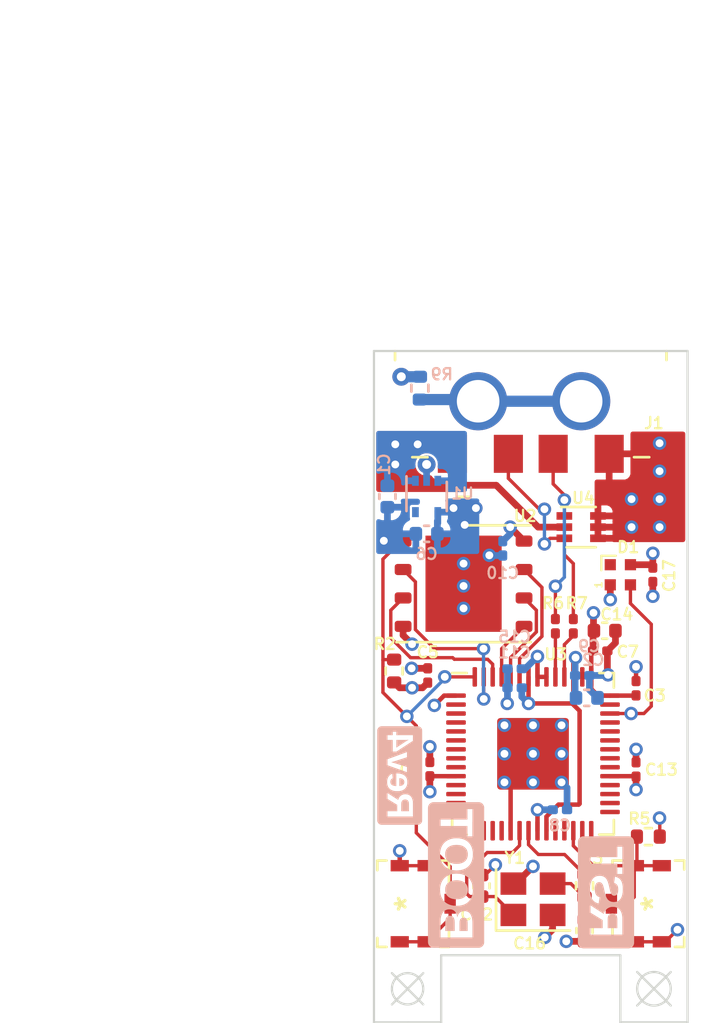
<source format=kicad_pcb>
(kicad_pcb (version 20211014) (generator pcbnew)
  (layers (0 "F.Cu" signal) (1 "In1.Cu" signal) (2 "In2.Cu" signal) (31 "B.Cu" signal) (34 "B.Paste" user) (35 "F.Paste" user) (36 "B.SilkS" user "B.Silkscreen") (37 "F.SilkS" user "F.Silkscreen") (38 "B.Mask" user) (39 "F.Mask" user) (44 "Edge.Cuts" user))
  (net 0 "")
  (net 1 "GND")
  (net 2 "+5V")
  (net 3 "+3V3")
  (net 4 "+1V1")
  (net 5 "/RGB_DI")
  (net 7 "/QSPI_CS")
  (net 8 "/RESET")
  (net 9 "/USB_-")
  (net 10 "/USB_+")
  (net 12 "/X_IN")
  (net 13 "Net-(C16-Pad2)")
  (net 14 "/X_OUT")
  (net 15 "/USBR_+")
  (net 16 "/USBR_-")
  (net 17 "/QSPI_SD1")
  (net 18 "/QSPI_SD2")
  (net 19 "/QSPI_SD0")
  (net 20 "/QSPI_SCLK")
  (net 21 "/QSPI_SD3")
  (net 51 "Net-(J1-Pad5)")
  (footprint "Capacitor_SMD:C_0201_0603Metric" (layer "F.Cu") (at 91.7 55.07 -90)
    (fp_text reference "C3")
    (fp_text value "0.1uF" hide)
  )
  (footprint "Kevin_Lutzer_Lbr:R-667799" (layer "F.Cu") (at 81.75 64.7 -90)
    (fp_text reference "SW1" hide)
    (fp_text value "R-667799" hide)
  )
  (footprint "LED_SMD:LED_SK6812_EC15_1.5x1.5mm" (layer "F.Cu") (at 91 50 90)
    (fp_text reference "D1")
    (fp_text value "SK6812" hide)
  )
  (footprint "Package_SON:WSON-8-1EP_6x5mm_P1.27mm_EP3.4x4.3mm" (layer "F.Cu") (at 84 50.4)
    (fp_text reference "U2")
    (fp_text value "W25Q32JVZP" hide)
  )
  (footprint "Resistor_SMD:R_0201_0603Metric" (layer "F.Cu") (at 88.9 52.3 90)
    (fp_text reference "R7")
    (fp_text value "27.4" hide)
  )
  (footprint "Capacitor_SMD:C_0201_0603Metric" (layer "F.Cu") (at 90.1 53.4 180)
    (fp_text reference "C7")
    (fp_text value "0.1uF" hide)
  )
  (footprint "Crystal:Crystal_SMD_2520-4Pin_2.5x2.0mm" (layer "F.Cu") (at 87.1 64.5)
    (fp_text reference "Y1")
    (fp_text value "Crystal_GND24" hide)
  )
  (footprint "Capacitor_SMD:C_0201_0603Metric" (layer "F.Cu") (at 92.45 50 90)
    (fp_text reference "C17")
    (fp_text value "0.1uF" hide)
  )
  (footprint "Package_TO_SOT_SMD:SOT-563" (layer "F.Cu") (at 89.25 47.87)
    (fp_text reference "U4")
    (fp_text value "D1213A-04V" hide)
  )
  (footprint "Capacitor_SMD:C_0201_0603Metric" (layer "F.Cu") (at 82.4 54.5 -90)
    (fp_text reference "C5")
    (fp_text value "0.1uF" hide)
  )
  (footprint "Capacitor_SMD:C_0201_0603Metric" (layer "F.Cu") (at 82.495 58.685 -90)
    (fp_text reference "C4")
    (fp_text value "0.1uF" hide)
  )
  (footprint "Capacitor_SMD:C_0402_1005Metric" (layer "F.Cu") (at 89.4 65.9 90)
    (fp_text reference "C16")
    (fp_text value "26pF" hide)
  )
  (footprint "Kevin_Lutzer_Lbr:RP2040-QFN-56" (layer "F.Cu") (at 87.1 58)
    (fp_text reference "U3")
    (fp_text value "RP2040")
  )
  (footprint "Kevin_Lutzer_Lbr:R-667799" (layer "F.Cu") (at 92.25 64.7 90)
    (fp_text reference "SW2" hide)
    (fp_text value "R-667799" hide)
  )
  (footprint "Resistor_SMD:R_0402_1005Metric" (layer "F.Cu") (at 92.25 61.7 180)
    (fp_text reference "R5")
    (fp_text value "10k" hide)
  )
  (footprint "Resistor_SMD:R_0402_1005Metric" (layer "F.Cu") (at 89.4 63.9 90)
    (fp_text reference "R3")
    (fp_text value "1k" hide)
  )
  (footprint "Capacitor_SMD:C_0201_0603Metric" (layer "F.Cu") (at 91.7 58.7 -90)
    (fp_text reference "C13")
    (fp_text value "0.1uF" hide)
  )
  (footprint "Capacitor_SMD:C_0402_1005Metric" (layer "F.Cu") (at 84.8 63.9 -90)
    (fp_text reference "C12")
    (fp_text value "26pF" hide)
  )
  (footprint "Resistor_SMD:R_0201_0603Metric" (layer "F.Cu") (at 88.1 52.3 90)
    (fp_text reference "R6")
    (fp_text value "27.4" hide)
  )
  (footprint "Capacitor_SMD:C_0402_1005Metric" (layer "F.Cu") (at 90.3 52.5 180)
    (fp_text reference "C14")
    (fp_text value "1uF" hide)
  )
  (footprint "Resistor_SMD:R_0402_1005Metric" (layer "F.Cu") (at 80.9 54.3 -90)
    (fp_text reference "R2")
    (fp_text value "10k" hide)
  )
  (footprint "Kevin_Lutzer_Lbr:USB3_A_Plug_Wuerth_629004113921_Horizontal" (layer "F.Cu") (at 82.15 40.02 90)
    (fp_text reference "J1")
    (fp_text value "USB_A")
  )
  (footprint "Capacitor_SMD:C_0402_1005Metric" (layer "B.Cu") (at 80.6 46.5 90)
    (fp_text reference "C1")
    (fp_text value "1uF" hide)
  )
  (footprint "Capacitor_SMD:C_0201_0603Metric" (layer "B.Cu") (at 88.3 60.5 180)
    (fp_text reference "C8")
    (fp_text value "0.1uF" hide)
  )
  (footprint "Capacitor_SMD:C_0402_1005Metric" (layer "B.Cu") (at 82.35 48.17)
    (fp_text reference "C6")
    (fp_text value "1uF" hide)
  )
  (footprint "Capacitor_SMD:C_0201_0603Metric" (layer "B.Cu") (at 86.28 54.2)
    (fp_text reference "C15")
    (fp_text value "0.1uF" hide)
  )
  (footprint "Package_TO_SOT_SMD:SOT-553" (layer "B.Cu") (at 82.35 46.5 -90)
    (fp_text reference "U1")
    (fp_text value "TCR2EE33")
  )
  (footprint "Capacitor_SMD:C_0201_0603Metric" (layer "B.Cu") (at 89.3 54.5 180)
    (fp_text reference "C9")
    (fp_text value "0.1uF" hide)
  )
  (footprint "Capacitor_SMD:C_0201_0603Metric" (layer "B.Cu") (at 85.75 48.82 90)
    (fp_text reference "C10")
    (fp_text value "0.1uF" hide)
  )
  (footprint "Capacitor_SMD:C_0402_1005Metric" (layer "B.Cu") (at 89.5 55.5 180)
    (fp_text reference "C2")
    (fp_text value "1uF" hide)
  )
  (footprint "Capacitor_SMD:C_0201_0603Metric" (layer "B.Cu") (at 86.28 55.05)
    (fp_text reference "C11")
    (fp_text value "0.1uF" hide)
  )
  (footprint "Resistor_SMD:R_0402_1005Metric" (layer "B.Cu") (at 82.05 41.66 90)
    (fp_text reference "R9")
    (fp_text value "NP" hide)
  )
  (gr_poly (pts (xy 84.913288 60.37519) (xy 84.904128 60.33706) (xy 84.889118 60.30081) (xy 84.868608 60.26736) (xy 84.843138 60.23753) (xy 84.813308 60.21206) (xy 84.779858 60.19155) (xy 84.743608 60.17654) (xy 84.705478 60.16738) (xy 84.666368 60.1643) (xy 82.666368 60.1643) (xy 82.627258 60.16738) (xy 82.589128 60.17654) (xy 82.552878 60.19155) (xy 82.519428 60.21206) (xy 82.489598 60.23753) (xy 82.464128 60.26736) (xy 82.443618 60.30081) (xy 82.428608 60.33706) (xy 82.419448 60.37519) (xy 82.416368 60.4143) (xy 82.416368 66.4143) (xy 82.419448 66.45341) (xy 82.428608 66.49154) (xy 82.443618 66.52779) (xy 82.464128 66.56124) (xy 82.489598 66.59107) (xy 82.519428 66.61654) (xy 82.552878 66.63705) (xy 82.589128 66.65206) (xy 82.627258 66.66122) (xy 82.666368 66.6643) (xy 82.966066 66.6643) (xy 82.966066 66.21345) (xy 82.966066 65.49633) (xy 82.969026 65.4127) (xy 82.977937 65.33538) (xy 82.992769 65.26441) (xy 83.013536 65.19976) (xy 83.040224 65.14144) (xy 83.072862 65.08946) (xy 83.110933 65.0447) (xy 83.153902 65.00808) (xy 83.201799 64.97959) (xy 83.25461 64.95925) (xy 83.312334 64.94705) (xy 83.374971 64.94297) (xy 83.422212 64.9455) (xy 83.466249 64.95309) (xy 83.507082 64.96574) (xy 83.544725 64.98344) (xy 83.579179 65.0062) (xy 83.610445 65.03402) (xy 83.638216 65.06666) (xy 83.662157 65.10392) (xy 83.682283 65.14578) (xy 83.689271 65.165685) (xy 83.689271 64.7981) (xy 83.578081 64.79278) (xy 83.475053 64.7768) (xy 83.380189 64.75018) (xy 83.293489 64.71288) (xy 83.214952 64.66496) (xy 83.144578 64.60636) (xy 83.083818 64.53838) (xy 83.034105 64.46232) (xy 82.995439 64.378121) (xy 82.967821 64.285836) (xy 82.95125 64.185433) (xy 82.945726 64.076913) (xy 82.948228 64.005212) (xy 82.95572 63.936547) (xy 82.968233 63.870935) (xy 82.985734 63.808373) (xy 83.008241 63.748879) (xy 83.035738 63.692422) (xy 83.067964 63.639611) (xy 83.104631 63.591043) (xy 83.145723 63.546716) (xy 83.191255 63.506616) (xy 83.241228 63.470758) (xy 83.295625 63.439157) (xy 83.353746 63.412118) (xy 83.414873 63.389993) (xy 83.478975 63.372796) (xy 83.546083 63.360498) (xy 83.616197 63.353128) (xy 83.689271 63.350671) (xy 83.689271 63.215615) (xy 83.578081 63.21029) (xy 83.475053 63.194314) (xy 83.380189 63.167687) (xy 83.293489 63.130395) (xy 83.214952 63.082467) (xy 83.144578 63.023873) (xy 83.083818 62.955911) (xy 83.034105 62.87983) (xy 82.995439 62.795648) (xy 82.967821 62.703347) (xy 82.95125 62.602944) (xy 82.945726 62.494439) (xy 82.948228 62.422723) (xy 82.95572 62.35406) (xy 82.968233 62.28845) (xy 82.985734 62.2259) (xy 83.008241 62.16639) (xy 83.035738 62.10993) (xy 83.067964 62.05714) (xy 83.104631 62.00855) (xy 83.145723 61.96423) (xy 83.191255 61.92413) (xy 83.241228 61.88828) (xy 83.295625 61.85667) (xy 83.353746 61.82963) (xy 83.414873 61.8075) (xy 83.478975 61.79029) (xy 83.546083 61.77799) (xy 83.616197 61.77062) (xy 83.689271 61.76817) (xy 83.798814 61.77349) (xy 83.900285 61.78947) (xy 83.993669 61.81609) (xy 84.078966 61.85339) (xy 84.15619 61.90131) (xy 84.16736 61.910777) (xy 84.16736 61.69515) (xy 84.16736 61.23235) (xy 82.966066 61.23235) (xy 82.966066 60.93227) (xy 84.16736 60.93227) (xy 84.16736 60.46844) (xy 84.399263 60.46844) (xy 84.399263 61.69515) (xy 84.16736 61.69515) (xy 84.16736 61.910777) (xy 84.225328 61.95991) (xy 84.285005 62.02796) (xy 84.333833 62.10429) (xy 84.371797 62.1889) (xy 84.398927 62.28178) (xy 84.415208 62.38294) (xy 84.420625 62.492394) (xy 84.415254 62.601831) (xy 84.399156 62.702951) (xy 84.372316 62.79577) (xy 84.334733 62.880288) (xy 84.286409 62.956491) (xy 84.227357 63.024392) (xy 84.158723 63.082818) (xy 84.081666 63.130624) (xy 83.996202 63.16781) (xy 83.902315 63.194375) (xy 83.800004 63.210305) (xy 83.689271 63.215615) (xy 83.689271 63.350671) (xy 83.798814 63.355996) (xy 83.900285 63.371972) (xy 83.993669 63.398599) (xy 84.078966 63.435876) (xy 84.15619 63.483804) (xy 84.225328 63.542398) (xy 84.285005 63.610452) (xy 84.333833 63.686776) (xy 84.371797 63.771386) (xy 84.398927 63.864266) (xy 84.415208 63.965432) (xy 84.420625 64.074883) (xy 84.415254 64.18432) (xy 84.399156 64.28544) (xy 84.372316 64.378259) (xy 84.334733 64.46276) (xy 84.286409 64.53898) (xy 84.227357 64.60687) (xy 84.158723 64.66531) (xy 84.081666 64.71311) (xy 83.996202 64.7503) (xy 83.902315 64.77686) (xy 83.800004 64.79279) (xy 83.689271 64.7981) (xy 83.689271 65.165685) (xy 83.698595 65.19224) (xy 83.711092 65.24331) (xy 83.719789 65.29899) (xy 83.731126 65.25485) (xy 83.7455 65.21462) (xy 83.762895 65.17834) (xy 83.783296 65.14597) (xy 83.806734 65.11753) (xy 83.833192 65.09303) (xy 83.86223 65.07235) (xy 83.893388 65.05544) (xy 83.926652 65.04229) (xy 83.962038 65.03289) (xy 83.999559 65.02725) (xy 84.039171 65.02537) (xy 84.096101 65.02912) (xy 84.14818 65.04035) (xy 84.195436 65.05906) (xy 84.237871 65.08527) (xy 84.275453 65.11897) (xy 84.308214 65.16015) (xy 84.336046 65.20863) (xy 84.358797 65.26418) (xy 84.376512 65.32684) (xy 84.389146 65.39658) (xy 84.396745 65.47343) (xy 84.399263 65.55737) (xy 84.399263 66.21345) (xy 82.966066 66.21345) (xy 82.966066 66.6643) (xy 84.666368 66.6643) (xy 84.705478 66.66122) (xy 84.743608 66.65206) (xy 84.779858 66.63705) (xy 84.813308 66.61654) (xy 84.843138 66.59107) (xy 84.868608 66.56124) (xy 84.889118 66.52779) (xy 84.904128 66.49154) (xy 84.913288 66.45341) (xy 84.916368 66.4143) (xy 84.916368 60.4143)) (layer "B.SilkS") (width 0.01) (fill solid))
  (gr_poly (pts (xy 81.34961 59.23886) (xy 81.345166 59.216204) (xy 81.337769 59.195269) (xy 81.327405 59.176067) (xy 81.314074 59.158562) (xy 81.29779 59.14279) (xy 81.27854 59.128935) (xy 81.256335 59.117205) (xy 81.231165 59.107598) (xy 81.203027 59.100114) (xy 81.171936 59.094756) (xy 81.137903 59.091521) (xy 81.137903 59.433306) (xy 81.170276 59.43134) (xy 81.200183 59.427105) (xy 81.2276 59.420586) (xy 81.252527 59.411773) (xy 81.274975 59.400689) (xy 81.294934 59.387322) (xy 81.312097 59.37177) (xy 81.326135 59.35418) (xy 81.337048 59.334526) (xy 81.344849 59.31281) (xy 81.349536 59.289043) (xy 81.351098 59.263225)) (layer "B.SilkS") (width 0.008) (fill solid))
  (gr_poly (pts (xy 84.175371 65.53291) (xy 84.171983 65.49751) (xy 84.166322 65.46543) (xy 84.158418 65.43665) (xy 84.148241 65.41119) (xy 84.135805 65.38902) (xy 84.120698 65.37022) (xy 84.102464 65.35482) (xy 84.081148 65.34286) (xy 84.056703 65.33431) (xy 84.029161 65.32919) (xy 83.998491 65.32748) (xy 83.970232 65.32906) (xy 83.944414 65.33386) (xy 83.921068 65.34184) (xy 83.900163 65.35302) (xy 83.881731 65.36739) (xy 83.865755 65.38496) (xy 83.85222 65.40604) (xy 83.841157 65.43101) (xy 83.832567 65.45983) (xy 83.826417 65.49255) (xy 83.822725 65.52911) (xy 83.821504 65.56956) (xy 83.821504 65.91337) (xy 84.1765 65.91337) (xy 84.1765 65.5716)) (layer "B.SilkS") (width 0.01) (fill solid))
  (gr_poly (pts (xy 90.854232 65.31978) (xy 90.83702 65.25366) (xy 90.808349 65.20224) (xy 90.768188 65.165494) (xy 90.716567 65.143461) (xy 90.653472 65.136121) (xy 90.620498 65.137922) (xy 90.590072 65.143354) (xy 90.562179 65.152387) (xy 90.536834 65.165052) (xy 90.514037 65.181318) (xy 90.493774 65.20122) (xy 90.476364 65.22461) (xy 90.462127 65.2514) (xy 90.451049 65.28157) (xy 90.443145 65.31514) (xy 90.4384 65.35209) (xy 90.436813 65.39244) (xy 90.436813 65.78508) (xy 90.859969 65.78508) (xy 90.859969 65.40059)) (layer "B.SilkS") (width 0.01) (fill solid))
  (gr_poly (pts (xy 81.554004 60.191704) (xy 81.540246 60.138808) (xy 81.517298 60.097664) (xy 81.485181 60.06828) (xy 81.443884 60.050648) (xy 81.393408 60.044784) (xy 81.367029 60.046224) (xy 81.342676 60.050568) (xy 81.320374 60.057792) (xy 81.300098 60.067928) (xy 81.281848 60.080936) (xy 81.265638 60.096856) (xy 81.251721 60.115568) (xy 81.240332 60.136992) (xy 81.23147 60.161136) (xy 81.225134 60.187992) (xy 81.221338 60.21756) (xy 81.220081 60.249832) (xy 81.220081 60.563944) (xy 81.558594 60.563944) (xy 81.558594 60.256344)) (layer "B.SilkS") (width 0.008) (fill solid))
  (gr_poly (pts (xy 82.147536 56.938712) (xy 82.140208 56.908208) (xy 82.1282 56.879208) (xy 82.111792 56.852448) (xy 82.091416 56.828584) (xy 82.067552 56.808208) (xy 82.040792 56.7918) (xy 82.011792 56.779792) (xy 81.981288 56.772464) (xy 81.95 56.77) (xy 80.35 56.77) (xy 80.318712 56.772464) (xy 80.288208 56.779792) (xy 80.259208 56.7918) (xy 80.232448 56.808208) (xy 80.208584 56.828584) (xy 80.188208 56.852448) (xy 80.1718 56.879208) (xy 80.159792 56.908208) (xy 80.152464 56.938712) (xy 80.15 56.97) (xy 80.15 60.97) (xy 80.152464 61.001288) (xy 80.159792 61.031792) (xy 80.1718 61.060792) (xy 80.188208 61.087552) (xy 80.208584 61.111416) (xy 80.232448 61.131792) (xy 80.259208 61.1482) (xy 80.288208 61.160208) (xy 80.318712 61.167536) (xy 80.35 61.17) (xy 80.598377 61.17) (xy 80.598377 60.804) (xy 80.598377 60.563944) (xy 81.03374 60.563944) (xy 81.03374 60.282392) (xy 80.598377 60.016288) (xy 80.598377 59.746123) (xy 81.042688 60.032066) (xy 81.042688 59.674981) (xy 80.970557 59.672014) (xy 80.904406 59.66314) (xy 80.844238 59.648333) (xy 80.790063 59.627605) (xy 80.741882 59.600957) (xy 80.699695 59.568389) (xy 80.66377 59.53029) (xy 80.634375 59.48709) (xy 80.611511 59.438786) (xy 80.595178 59.385381) (xy 80.585376 59.326848) (xy 80.582105 59.263225) (xy 80.588758 59.173101) (xy 80.608691 59.093694) (xy 80.641919 59.024993) (xy 80.68844 58.967034) (xy 80.748254 58.919756) (xy 80.82135 58.883208) (xy 80.840063 59.098846) (xy 80.807983 59.111906) (xy 80.78175 59.129949) (xy 80.76134 59.152959) (xy 80.746765 59.180938) (xy 80.738013 59.213897) (xy 80.735095 59.251824) (xy 80.736914 59.279998) (xy 80.74237 59.305938) (xy 80.751477 59.329643) (xy 80.764209 59.351103) (xy 80.780578 59.37033) (xy 80.800598 59.387322) (xy 80.824182 59.40186) (xy 80.85127 59.413762) (xy 80.881873 59.423015) (xy 80.915966 59.429631) (xy 80.953577 59.433598) (xy 80.994678 59.434917) (xy 80.994678 58.870183) (xy 81.001184 58.870183) (xy 81.078772 58.872966) (xy 81.149878 58.881304) (xy 81.214478 58.895208) (xy 81.272607 58.914678) (xy 81.324243 58.939702) (xy 81.369397 58.970269) (xy 81.407813 59.006121) (xy 81.439246 59.046941) (xy 81.463684 59.092742) (xy 81.478846 59.136807) (xy 81.478846 58.828386) (xy 80.598377 58.51347) (xy 80.598377 58.240044) (xy 80.831922 58.153921) (xy 80.831922 57.904488) (xy 80.831922 57.382864) (xy 80.598377 57.382864) (xy 80.598377 57.164776) (xy 80.831922 57.164776) (xy 80.831922 57.0118) (xy 81.002002 57.0118) (xy 81.002002 57.164776) (xy 81.744946 57.164776) (xy 81.744946 57.420296) (xy 81.003638 57.904488) (xy 80.831922 57.904488) (xy 80.831922 58.153921) (xy 81.478846 57.91536) (xy 81.478846 58.154608) (xy 81.325342 58.20479) (xy 81.194666 58.247368) (xy 81.086829 58.282366) (xy 81.001819 58.309758) (xy 80.939636 58.329558) (xy 80.900281 58.341778) (xy 80.873742 58.349712) (xy 80.850012 58.356694) (xy 80.829077 58.362725) (xy 80.81095 58.367815) (xy 80.795618 58.371941) (xy 80.783094 58.375127) (xy 80.83396 58.389397) (xy 80.878039 58.401799) (xy 80.915332 58.412358) (xy 80.94585 58.421062) (xy 80.969592 58.42791) (xy 80.986548 58.432915) (xy 81.478846 58.586699) (xy 81.478846 58.828386) (xy 81.478846 59.136807) (xy 81.481152 59.14351) (xy 81.491626 59.19926) (xy 81.495117 59.259966) (xy 81.491858 59.32365) (xy 81.482092 59.382305) (xy 81.46582 59.435942) (xy 81.443042 59.484563) (xy 81.413745 59.528167) (xy 81.377942 59.566753) (xy 81.336072 59.599822) (xy 81.288611 59.626873) (xy 81.235534 59.647918) (xy 81.176855 59.662957) (xy 81.112585 59.671978) (xy 81.042688 59.674981) (xy 81.042688 60.032066) (xy 81.080127 60.05616) (xy 81.091003 60.018704) (xy 81.105212 59.98392) (xy 81.122742 59.9518) (xy 81.143591 59.922344) (xy 81.167749 59.89556) (xy 81.195251 59.87144) (xy 81.22533 59.850552) (xy 81.257226 59.833464) (xy 81.290966 59.820168) (xy 81.326538 59.810672) (xy 81.363941 59.804984) (xy 81.403174 59.80308) (xy 81.456103 59.806184) (xy 81.504761 59.815472) (xy 81.549134 59.830952) (xy 81.589246 59.852632) (xy 81.625086 59.880512) (xy 81.656653 59.914584) (xy 81.68363 59.954336) (xy 81.705701 59.999296) (xy 81.722876 60.049456) (xy 81.735132 60.104816) (xy 81.742493 60.16536) (xy 81.744946 60.23112) (xy 81.744946 60.804) (xy 80.598377 60.804) (xy 80.598377 61.17) (xy 81.95 61.17) (xy 81.981288 61.167536) (xy 82.011792 61.160208) (xy 82.040792 61.1482) (xy 82.067552 61.131792) (xy 82.091416 61.111416) (xy 82.111792 61.087552) (xy 82.1282 61.060792) (xy 82.140208 61.031792) (xy 82.147536 61.001288) (xy 82.15 60.97) (xy 82.15 56.97)) (layer "B.SilkS") (width 0.008) (fill solid))
  (gr_poly (pts (xy 91.60692 61.90089) (xy 91.59776 61.86276) (xy 91.58275 61.82651) (xy 91.56224 61.79306) (xy 91.53677 61.76323) (xy 91.50694 61.73776) (xy 91.47349 61.71725) (xy 91.43724 61.70224) (xy 91.39911 61.69308) (xy 91.36 61.69) (xy 89.36 61.69) (xy 89.32089 61.69308) (xy 89.28276 61.70224) (xy 89.24651 61.71725) (xy 89.21306 61.73776) (xy 89.18323 61.76323) (xy 89.15776 61.79306) (xy 89.13725 61.82651) (xy 89.12224 61.86276) (xy 89.11308 61.90089) (xy 89.11 61.94) (xy 89.11 66.44) (xy 89.11308 66.47911) (xy 89.12224 66.51724) (xy 89.13725 66.55349) (xy 89.15776 66.58694) (xy 89.18323 66.61677) (xy 89.21306 66.64224) (xy 89.24651 66.66275) (xy 89.28276 66.67776) (xy 89.32089 66.68692) (xy 89.36 66.69) (xy 89.659698 66.69) (xy 89.659698 66.08514) (xy 89.659698 65.78508) (xy 90.203903 65.78508) (xy 90.203903 65.43313) (xy 89.659698 65.100507) (xy 89.659698 64.7628) (xy 90.033004 65.003049) (xy 90.033004 64.695234) (xy 89.96968 64.677198) (xy 89.911956 64.652967) (xy 89.859832 64.622495) (xy 89.813293 64.585828) (xy 89.772354 64.542936) (xy 89.736999 64.493833) (xy 89.707168 64.438306) (xy 89.682754 64.376172) (xy 89.663772 64.307432) (xy 89.650207 64.232068) (xy 89.642074 64.150114) (xy 89.639358 64.061536) (xy 89.642455 63.964902) (xy 89.651733 63.876356) (xy 89.667205 63.795927) (xy 89.688857 63.723615) (xy 89.716705 63.659406) (xy 89.750732 63.6033) (xy 89.790618 63.555601) (xy 89.836013 63.516553) (xy 89.886917 63.486188) (xy 89.943328 63.464506) (xy 90.005248 63.45149) (xy 90.072677 63.447156) (xy 90.101928 63.447919) (xy 90.130035 63.450208) (xy 90.156967 63.454023) (xy 90.182754 63.459363) (xy 90.207366 63.46623) (xy 90.230834 63.474622) (xy 90.253188 63.484449) (xy 90.274459 63.495649) (xy 90.294677 63.508192) (xy 90.313796 63.522092) (xy 90.331863 63.537351) (xy 90.348846 63.553968) (xy 90.364929 63.572294) (xy 90.380355 63.592679) (xy 90.39511 63.615125) (xy 90.409179 63.639631) (xy 90.422576 63.666212) (xy 90.435287 63.694852) (xy 90.447845 63.727781) (xy 90.460769 63.76724) (xy 90.474059 63.813215) (xy 90.487731 63.865735) (xy 90.501754 63.924772) (xy 90.516143 63.990339) (xy 90.528335 64.045072) (xy 90.539825 64.093305) (xy 90.550598 64.135038) (xy 90.560684 64.17027) (xy 90.570037 64.198987) (xy 90.578704 64.221235) (xy 90.58731 64.239438) (xy 90.596511 64.256101) (xy 90.606292 64.271192) (xy 90.616683 64.284742) (xy 90.627654 64.296735) (xy 90.639221 64.307188) (xy 90.651656 64.316038) (xy 90.665222 64.323286) (xy 90.679916 64.328916) (xy 90.695739 64.332944) (xy 90.712707 64.335355) (xy 90.730789 64.336164) (xy 90.783004 64.328596) (xy 90.825714 64.305875) (xy 90.858947 64.268003) (xy 90.882675 64.214994) (xy 90.896911 64.146863) (xy 90.901672 64.063566) (xy 90.900359 64.022504) (xy 90.896469 63.984739) (xy 90.889968 63.950284) (xy 90.880859 63.919126) (xy 90.869171 63.891294) (xy 90.854858 63.866758) (xy 90.837997 63.845151) (xy 90.818588 63.826124) (xy 90.79663 63.809659) (xy 90.77214 63.795774) (xy 90.745101 63.784452) (xy 90.715515 63.775724) (xy 90.755187 63.484785) (xy 90.816253 63.500318) (xy 90.860992 63.517246) (xy 90.860992 63.37486) (xy 90.860992 62.91205) (xy 89.659698 62.91205) (xy 89.659698 62.61198) (xy 90.860992 62.61198) (xy 90.860992 62.14813) (xy 91.092895 62.14813) (xy 91.092895 63.37486) (xy 90.860992 63.37486) (xy 90.860992 63.517246) (xy 90.871261 63.521131) (xy 90.920226 63.547224) (xy 90.963149 63.578611) (xy 91.000015 63.615262) (xy 91.030837 63.657224) (xy 91.056335 63.705488) (xy 91.077194 63.761136) (xy 91.093414 63.824155) (xy 91.104995 63.894559) (xy 91.111938 63.972333) (xy 91.114257 64.057477) (xy 91.111389 64.146696) (xy 91.102783 64.228513) (xy 91.088455 64.302976) (xy 91.068374 64.370069) (xy 91.042556 64.429777) (xy 91.011016 64.48213) (xy 90.974075 64.526731) (xy 90.932067 64.563215) (xy 90.885009 64.591596) (xy 90.8329 64.611875) (xy 90.775726 64.624036) (xy 90.713485 64.628095) (xy 90.688537 64.627546) (xy 90.66455 64.625883) (xy 90.641525 64.623136) (xy 90.61946 64.619276) (xy 90.598358 64.614316) (xy 90.578201 64.608259) (xy 90.558959 64.601209) (xy 90.540573 64.59329) (xy 90.523025 64.584485) (xy 90.506332 64.574811) (xy 90.490478 64.564268) (xy 90.475463 64.552839) (xy 90.461242 64.54054) (xy 90.447723 64.527402) (xy 90.434905 64.51341) (xy 90.42279 64.498578) (xy 90.411392 64.482908) (xy 90.400695 64.466382) (xy 90.390579 64.449079) (xy 90.38092 64.431104) (xy 90.371703 64.412458) (xy 90.362945 64.39314) (xy 90.354659 64.373136) (xy 90.346801 64.352445) (xy 90.33876 64.328718) (xy 90.32991 64.299558) (xy 90.320236 64.264966) (xy 90.309738 64.224958) (xy 90.298431 64.179532) (xy 90.286285 64.12866) (xy 90.274047 64.069974) (xy 90.262435 64.017972) (xy 90.251449 63.972669) (xy 90.241073 63.934049) (xy 90.231323 63.902143) (xy 90.222198 63.87692) (xy 90.213012 63.855878) (xy 90.203094 63.836454) (xy 90.192443 63.818693) (xy 90.18106 63.802549) (xy 90.168929 63.788068) (xy 90.156082 63.775205) (xy 90.142257 63.764173) (xy 90.127258 63.75514) (xy 90.111068 63.748121) (xy 90.093688 63.743101) (xy 90.075134 63.740095) (xy 90.055374 63.739088) (xy 89.996948 63.747816) (xy 89.949142 63.774015) (xy 89.911956 63.81767) (xy 89.885391 63.878782) (xy 89.86946 63.957365) (xy 89.86415 64.053403) (xy 89.865569 64.102079) (xy 89.869857 64.147092) (xy 89.876983 64.188428) (xy 89.886978 64.226087) (xy 89.89981 64.260068) (xy 89.915511 64.290403) (xy 89.934371 64.317319) (xy 89.95671 64.341138) (xy 89.982513 64.361844) (xy 90.01181 64.379453) (xy 90.04457 64.393949) (xy 90.08081 64.405332) (xy 90.033004 64.695234) (xy 90.033004 65.003049) (xy 90.261871 65.150342) (xy 90.275482 65.103528) (xy 90.293228 65.060041) (xy 90.315139 65.019895) (xy 90.341216 64.983076) (xy 90.371414 64.949598) (xy 90.405776 64.919462) (xy 90.443374 64.893339) (xy 90.48326 64.871976) (xy 90.525436 64.855359) (xy 90.5699 64.843488) (xy 90.616638 64.836378) (xy 90.665679 64.833997) (xy 90.731841 64.837873) (xy 90.792663 64.849485) (xy 90.848144 64.868833) (xy 90.898284 64.895933) (xy 90.943069 64.930784) (xy 90.982528 64.973371) (xy 91.01625 65.023069) (xy 91.043853 65.079267) (xy 91.065307 65.141965) (xy 91.080642 65.21116) (xy 91.089828 65.28685) (xy 91.092895 65.36905) (xy 91.092895 66.08514) (xy 89.659698 66.08514) (xy 89.659698 66.69) (xy 91.36 66.69) (xy 91.39911 66.68692) (xy 91.43724 66.67776) (xy 91.47349 66.66275) (xy 91.50694 66.64224) (xy 91.53677 66.61677) (xy 91.56224 66.58694) (xy 91.58275 66.55349) (xy 91.59776 66.51724) (xy 91.60692 66.47911) (xy 91.61 66.44) (xy 91.61 61.94)) (layer "B.SilkS") (width 0.01) (fill solid))
  (gr_poly (pts (xy 81.532349 57.376128) (xy 81.524414 57.37676) (xy 81.514441 57.37748) (xy 81.502442 57.378264) (xy 81.488403 57.379104) (xy 81.472326 57.380024) (xy 81.455444 57.380888) (xy 81.438965 57.381608) (xy 81.4229 57.38216) (xy 81.407238 57.382552) (xy 81.39198 57.382792) (xy 81.377136 57.382864) (xy 81.002002 57.382864) (xy 81.002002 57.718136) (xy 81.406421 57.452032) (xy 81.434046 57.434536) (xy 81.459412 57.418952) (xy 81.482507 57.405256) (xy 81.503345 57.393448) (xy 81.521924 57.383552) (xy 81.538245 57.375552)) (layer "B.SilkS") (width 0.008) (fill solid))
  (gr_poly (pts (xy 84.180971 64.011224) (xy 84.17 63.952477) (xy 84.151704 63.89866) (xy 84.126085 63.84974) (xy 84.093156 63.805749) (xy 84.052904 63.766671) (xy 84.006212 63.733102) (xy 83.953966 63.705636) (xy 83.896135 63.684274) (xy 83.83275 63.669015) (xy 83.763795 63.65986) (xy 83.689271 63.656808) (xy 83.61133 63.65986) (xy 83.539537 63.668969) (xy 83.473894 63.684152) (xy 83.414415 63.705422) (xy 83.361101 63.732751) (xy 83.313936 63.766168) (xy 83.27353 63.805169) (xy 83.24048 63.849298) (xy 83.214769 63.898522) (xy 83.196397 63.952874) (xy 83.18538 64.012338) (xy 83.181703 64.076913) (xy 83.185472 64.139413) (xy 83.196794 64.197335) (xy 83.215654 64.250726) (xy 83.242052 64.299569) (xy 83.276002 64.34385) (xy 83.317491 64.383599) (xy 83.365541 64.41793) (xy 83.41916 64.44604) (xy 83.478349 64.46789) (xy 83.543092 64.4835) (xy 83.613405 64.49287) (xy 83.689271 64.496) (xy 83.76439 64.49294) (xy 83.833772 64.48379) (xy 83.897417 64.46853) (xy 83.955324 64.44717) (xy 84.007493 64.4197) (xy 84.053926 64.386148) (xy 84.093858 64.346978) (xy 84.126543 64.302728) (xy 84.151948 64.253396) (xy 84.170106 64.198983) (xy 84.181001 64.139474) (xy 84.184633 64.074883)) (layer "B.SilkS") (width 0.01) (fill solid))
  (gr_poly (pts (xy 83.594179 65.44468) (xy 83.577394 65.37245) (xy 83.549409 65.31628) (xy 83.510255 65.27616) (xy 83.459901 65.25208) (xy 83.398363 65.24406) (xy 83.3649 65.2459) (xy 83.334337 65.25146) (xy 83.306688 65.26072) (xy 83.281953 65.27368) (xy 83.260133 65.29032) (xy 83.241212 65.31069) (xy 83.225206 65.33506) (xy 83.212114 65.36375) (xy 83.201921 65.39677) (xy 83.194643 65.43411) (xy 83.190279 65.47576) (xy 83.188829 65.52175) (xy 83.188829 65.91337) (xy 83.599763 65.91337) (xy 83.599763 65.53294)) (layer "B.SilkS") (width 0.01) (fill solid))
  (gr_poly (pts (xy 84.180971 62.428735) (xy 84.17 62.37) (xy 84.151704 62.31617) (xy 84.126085 62.26727) (xy 84.093156 62.22328) (xy 84.052904 62.1842) (xy 84.006212 62.15063) (xy 83.953966 62.12316) (xy 83.896135 62.1018) (xy 83.83275 62.08654) (xy 83.763795 62.07739) (xy 83.689271 62.07433) (xy 83.61133 62.07737) (xy 83.539537 62.08648) (xy 83.473894 62.10166) (xy 83.414415 62.12293) (xy 83.361101 62.15026) (xy 83.313936 62.18368) (xy 83.27353 62.22268) (xy 83.24048 62.26681) (xy 83.214769 62.31605) (xy 83.196397 62.3704) (xy 83.18538 62.429864) (xy 83.181703 62.494439) (xy 83.185472 62.556924) (xy 83.196794 62.614862) (xy 83.215654 62.668237) (xy 83.242052 62.71708) (xy 83.276002 62.761376) (xy 83.317491 62.80111) (xy 83.365541 62.835458) (xy 83.41916 62.863549) (xy 83.478349 62.8854) (xy 83.543092 62.901025) (xy 83.613405 62.910378) (xy 83.689271 62.913507) (xy 83.76439 62.910455) (xy 83.833772 62.9013) (xy 83.897417 62.886041) (xy 83.955324 62.864678) (xy 84.007493 62.837228) (xy 84.053926 62.803659) (xy 84.093858 62.764504) (xy 84.126543 62.720254) (xy 84.151948 62.670907) (xy 84.170106 62.616494) (xy 84.181001 62.556985) (xy 84.184633 62.492394)) (layer "B.SilkS") (width 0.01) (fill solid))
  (gr_line (start 80 70) (end 81.5 70) (layer "Edge.Cuts") (width 0.1))
  (gr_line (start 91 67) (end 91 70) (layer "Edge.Cuts") (width 0.1))
  (gr_line (start 80 40) (end 80 70) (layer "Edge.Cuts") (width 0.1))
  (gr_line (start 81.5 70) (end 83 70) (layer "Edge.Cuts") (width 0.1))
  (gr_line (start 83 67) (end 91 67) (layer "Edge.Cuts") (width 0.1))
  (gr_line (start 91 70) (end 94 70) (layer "Edge.Cuts") (width 0.1))
  (gr_line (start 94 40) (end 80 40) (layer "Edge.Cuts") (width 0.1))
  (gr_line (start 83 70) (end 83 67) (layer "Edge.Cuts") (width 0.1))
  (gr_line (start 94 70) (end 94 40) (layer "Edge.Cuts") (width 0.1))
  (target x (at 81.5 68.5) (size 1.4) (width 0.1) (layer "Edge.Cuts"))
  (target x (at 92.5 68.5) (size 1.5) (width 0.1) (layer "Edge.Cuts"))
  (segment (start 86.1 59.55) (end 85.825 59.275) (width 0.2) (layer "F.Cu") (net 1))
  (segment (start 92.849999 66.400002) (end 93.009998 66.400002) (width 0.15) (layer "F.Cu") (net 1))
  (segment (start 91.7 57.8) (end 91.7 58.38) (width 0.3) (layer "F.Cu") (net 1))
  (segment (start 92.849999 66.400002) (end 91.650001 66.400002) (width 0.15) (layer "F.Cu") (net 1))
  (segment (start 92.45 50.32) (end 92.45 50.96) (width 0.3) (layer "F.Cu") (net 1))
  (segment (start 81.15 62.335) (end 81.150001 62.999998) (width 0.2) (layer "F.Cu") (net 1))
  (segment (start 93.009998 66.400002) (end 93.55 65.86) (width 0.15) (layer "F.Cu") (net 1))
  (segment (start 86.1 61.4375) (end 86.1 59.55) (width 0.2) (layer "F.Cu") (net 1))
  (segment (start 81.150001 62.999998) (end 82.349999 62.999998) (width 0.15) (layer "F.Cu") (net 1))
  (segment (start 86.33 63.8) (end 87.1 63.03) (width 0.3) (layer "F.Cu") (net 1))
  (segment (start 84.96 63.42) (end 85.42 62.96) (width 0.15) (layer "F.Cu") (net 1))
  (segment (start 86.225 63.8) (end 86.33 63.8) (width 0.3) (layer "F.Cu") (net 1))
  (segment (start 90.42 54.44) (end 90.45 54.47) (width 0.3) (layer "F.Cu") (net 1))
  (segment (start 81.3 52.305) (end 81.3 52.7) (width 0.3) (layer "F.Cu") (net 1))
  (segment (start 82.4 54.18) (end 81.68 54.18) (width 0.3) (layer "F.Cu") (net 1))
  (segment (start 91.7 54.75) (end 91.7 54.11) (width 0.2) (layer "F.Cu") (net 1))
  (segment (start 89.4 66.38) (end 88.585 66.38) (width 0.3) (layer "F.Cu") (net 1))
  (segment (start 90.78 52.5) (end 90.78 53.04) (width 0.3) (layer "F.Cu") (net 1))
  (segment (start 90.55 50.45) (end 90.55 51.11) (width 0.3) (layer "F.Cu") (net 1))
  (segment (start 84.8 63.42) (end 84.96 63.42) (width 0.15) (layer "F.Cu") (net 1))
  (segment (start 87.975 65.855) (end 87.625 66.205) (width 0.3) (layer "F.Cu") (net 1))
  (segment (start 82.495 58.365) (end 82.495 57.685) (width 0.3) (layer "F.Cu") (net 1))
  (segment (start 90.42 53.4) (end 90.42 54.44) (width 0.3) (layer "F.Cu") (net 1))
  (segment (start 87.975 65.2) (end 87.975 65.855) (width 0.3) (layer "F.Cu") (net 1))
  (segment (start 81.3 52.7) (end 81.7 53.1) (width 0.3) (layer "F.Cu") (net 1))
  (segment (start 90.78 53.04) (end 90.42 53.4) (width 0.3) (layer "F.Cu") (net 1))
  (via (at 91.5 46.62) (size 0.6) (drill 0.35) (layers "F.Cu" "B.Cu") (net 1))
  (via (at 87.1 63.03) (size 0.6) (drill 0.35) (layers "F.Cu" "B.Cu") (net 1))
  (via (at 85.95 55.75) (size 0.6) (drill 0.35) (layers "F.Cu" "B.Cu") (net 1))
  (via (at 91.5 47.87) (size 0.6) (drill 0.35) (layers "F.Cu" "B.Cu") (net 1))
  (via (at 84 51.5) (size 0.6) (drill 0.35) (layers "F.Cu" "B.Cu") (net 1))
  (via (at 82.35 45.07) (size 0.8) (drill 0.4) (layers "F.Cu" "B.Cu") (net 1))
  (via (at 87.625 66.205) (size 0.6) (drill 0.35) (layers "F.Cu" "B.Cu") (net 1))
  (via (at 92.75 47.87) (size 0.6) (drill 0.35) (layers "F.Cu" "B.Cu") (net 1))
  (via (at 82.495 57.685) (size 0.6) (drill 0.35) (layers "F.Cu" "B.Cu") (net 1))
  (via (at 85.15 49.13) (size 0.6) (drill 0.35) (layers "F.Cu" "B.Cu") (net 1))
  (via (at 92.45 50.96) (size 0.6) (drill 0.35) (layers "F.Cu" "B.Cu") (net 1))
  (via (at 88.585 66.38) (size 0.6) (drill 0.35) (layers "F.Cu" "B.Cu") (net 1))
  (via (at 81.15 62.335) (size 0.6) (drill 0.35) (layers "F.Cu" "B.Cu") (net 1))
  (via (at 91.7 54.11) (size 0.6) (drill 0.35) (layers "F.Cu" "B.Cu") (net 1))
  (via (at 84 50.5) (size 0.6) (drill 0.35) (layers "F.Cu" "B.Cu") (net 1))
  (via (at 92.75 44.12) (size 0.6) (drill 0.35) (layers "F.Cu" "B.Cu") (net 1))
  (via (at 81.7 53.1) (size 0.6) (drill 0.35) (layers "F.Cu" "B.Cu") (net 1))
  (via (at 81.68 54.18) (size 0.6) (drill 0.35) (layers "F.Cu" "B.Cu") (net 1))
  (via (at 90.45 54.47) (size 0.6) (drill 0.35) (layers "F.Cu" "B.Cu") (net 1))
  (via (at 92.75 46.62) (size 0.6) (drill 0.35) (layers "F.Cu" "B.Cu") (net 1))
  (via (at 84 49.5) (size 0.6) (drill 0.35) (layers "F.Cu" "B.Cu") (net 1))
  (via (at 90.55 51.11) (size 0.6) (drill 0.35) (layers "F.Cu" "B.Cu") (net 1))
  (via (at 93.55 65.86) (size 0.6) (drill 0.35) (layers "F.Cu" "B.Cu") (net 1))
  (via (at 91.7 57.8) (size 0.6) (drill 0.35) (layers "F.Cu" "B.Cu") (net 1))
  (via (at 85.42 62.96) (size 0.6) (drill 0.35) (layers "F.Cu" "B.Cu") (net 1))
  (via (at 80.44 48.48) (size 0.6) (drill 0.35) (layers "F.Cu" "B.Cu") (net 1))
  (via (at 81.22 41.15) (size 0.8) (drill 0.4) (layers "F.Cu" "B.Cu") (net 1))
  (via (at 92.75 45.37) (size 0.6) (drill 0.35) (layers "F.Cu" "B.Cu") (net 1))
  (segment (start 85.96 55.05) (end 85.96 54.2) (width 0.3) (layer "B.Cu") (net 1))
  (segment (start 85.16 49.14) (end 85.15 49.13) (width 0.3) (layer "B.Cu") (net 1))
  (segment (start 82.35 45.8) (end 82.35 45.07) (width 0.3) (layer "B.Cu") (net 1))
  (segment (start 90.42 54.5) (end 90.45 54.47) (width 0.3) (layer "B.Cu") (net 1))
  (segment (start 85.96 55.05) (end 85.96 55.74) (width 0.3) (layer "B.Cu") (net 1))
  (segment (start 89.62 55.14) (end 89.98 55.5) (width 0.3) (layer "B.Cu") (net 1))
  (segment (start 85.96 55.74) (end 85.95 55.75) (width 0.3) (layer "B.Cu") (net 1))
  (segment (start 88.375 59.275) (end 88.62 59.52) (width 0.3) (layer "B.Cu") (net 1))
  (segment (start 89.62 54.5) (end 90.42 54.5) (width 0.3) (layer "B.Cu") (net 1))
  (segment (start 85.75 49.14) (end 85.16 49.14) (width 0.3) (layer "B.Cu") (net 1))
  (segment (start 89.62 54.5) (end 89.62 55.14) (width 0.3) (layer "B.Cu") (net 1))
  (segment (start 85.96 54.2) (end 85.96 55.74) (width 0.2) (layer "B.Cu") (net 1))
  (segment (start 88.62 59.52) (end 88.62 60.5) (width 0.3) (layer "B.Cu") (net 1))
  (segment (start 82.05 41.15) (end 81.22 41.15) (width 0.5) (layer "B.Cu") (net 1))
  (segment (start 88.5 47.87) (end 87.33 47.87) (width 0.3) (layer "F.Cu") (net 2))
  (segment (start 85.46 46) (end 83.46 46) (width 0.3) (layer "F.Cu") (net 2))
  (segment (start 87.33 47.87) (end 85.46 46) (width 0.3) (layer "F.Cu") (net 2))
  (via (at 81.95 44.17) (size 0.6) (drill 0.35) (layers "F.Cu" "B.Cu") (net 2))
  (via (at 80.95 44.17) (size 0.6) (drill 0.35) (layers "F.Cu" "B.Cu") (net 2))
  (via (at 80.95 45.07) (size 0.6) (drill 0.35) (layers "F.Cu" "B.Cu") (net 2))
  (segment (start 83.13 55.4) (end 82.695 55.835) (width 0.2) (layer "F.Cu") (net 3))
  (segment (start 92.45 49.68) (end 92.45 49.04) (width 0.3) (layer "F.Cu") (net 3))
  (segment (start 89.8 52.48) (end 89.82 52.5) (width 0.3) (layer "F.Cu") (net 3))
  (segment (start 89.7 54.5625) (end 89.7 53.48) (width 0.2) (layer "F.Cu") (net 3))
  (segment (start 91.68 59) (end 91.7 59.02) (width 0.2) (layer "F.Cu") (net 3))
  (segment (start 91.69 55.4) (end 91.7 55.39) (width 0.2) (layer "F.Cu") (net 3))
  (segment (start 89.78 52.54) (end 89.82 52.5) (width 0.3) (layer "F.Cu") (net 3))
  (segment (start 81.14 55.05) (end 80.9 54.81) (width 0.3) (layer "F.Cu") (net 3))
  (segment (start 89.3 54.5625) (end 89.7 54.5625) (width 0.2) (layer "F.Cu") (net 3))
  (segment (start 82.495 59.005) (end 82.495 59.645) (width 0.3) (layer "F.Cu") (net 3))
  (segment (start 91.45 49.55) (end 92.32 49.55) (width 0.3) (layer "F.Cu") (net 3))
  (segment (start 92.76 61.67) (end 92.76 60.87) (width 0.15) (layer "F.Cu") (net 3))
  (segment (start 90.5375 59) (end 91.68 59) (width 0.2) (layer "F.Cu") (net 3))
  (segment (start 90 55.4) (end 89.7 55.1) (width 0.2) (layer "F.Cu") (net 3))
  (segment (start 81.7 55.05) (end 82.17 55.05) (width 0.3) (layer "F.Cu") (net 3))
  (segment (start 87.3 53.75) (end 87.3 53.65) (width 0.2) (layer "F.Cu") (net 3))
  (segment (start 91.7 59.02) (end 91.7 59.6) (width 0.3) (layer "F.Cu") (net 3))
  (segment (start 90.5375 55.4) (end 90 55.4) (width 0.2) (layer "F.Cu") (net 3))
  (segment (start 86.7 48.495) (end 86.7 48.49) (width 0.3) (layer "F.Cu") (net 3))
  (segment (start 81.7 55.05) (end 81.14 55.05) (width 0.3) (layer "F.Cu") (net 3))
  (segment (start 89.7 55.1) (end 89.7 54.5625) (width 0.2) (layer "F.Cu") (net 3))
  (segment (start 83.6625 55.4) (end 83.13 55.4) (width 0.2) (layer "F.Cu") (net 3))
  (segment (start 87.7 54.5625) (end 87.3 54.5625) (width 0.2) (layer "F.Cu") (net 3))
  (segment (start 89.78 53.4) (end 89.78 52.54) (width 0.3) (layer "F.Cu") (net 3))
  (segment (start 82.5 59) (end 82.495 59.005) (width 0.2) (layer "F.Cu") (net 3))
  (segment (start 90.5375 55.4) (end 91.69 55.4) (width 0.2) (layer "F.Cu") (net 3))
  (segment (start 87.3 61.4375) (end 87.3 60.5) (width 0.2) (layer "F.Cu") (net 3))
  (segment (start 89.7 53.48) (end 89.78 53.4) (width 0.2) (layer "F.Cu") (net 3))
  (segment (start 82.17 55.05) (end 82.4 54.82) (width 0.3) (layer "F.Cu") (net 3))
  (segment (start 83.6625 59) (end 82.5 59) (width 0.2) (layer "F.Cu") (net 3))
  (segment (start 87.3 54.5625) (end 87.3 53.75) (width 0.2) (layer "F.Cu") (net 3))
  (segment (start 89.8 51.7) (end 89.8 52.48) (width 0.3) (layer "F.Cu") (net 3))
  (segment (start 86.7 48.49) (end 86.08 47.87) (width 0.3) (layer "F.Cu") (net 3))
  (segment (start 92.32 49.55) (end 92.45 49.68) (width 0.3) (layer "F.Cu") (net 3))
  (via (at 89.8 51.7) (size 0.6) (drill 0.35) (layers "F.Cu" "B.Cu") (net 3))
  (via (at 92.75 60.87) (size 0.6) (drill 0.35) (layers "F.Cu" "B.Cu") (net 3))
  (via (at 91.7 59.6) (size 0.6) (drill 0.35) (layers "F.Cu" "B.Cu") (net 3))
  (via (at 84.55 47.02) (size 0.6) (drill 0.35) (layers "F.Cu" "B.Cu") (net 3))
  (via (at 83.55 47.02) (size 0.6) (drill 0.35) (layers "F.Cu" "B.Cu") (net 3))
  (via (at 87.3 53.65) (size 0.6) (drill 0.35) (layers "F.Cu" "B.Cu") (net 3))
  (via (at 87.3 60.5) (size 0.6) (drill 0.35) (layers "F.Cu" "B.Cu") (net 3))
  (via (at 82.695 55.835) (size 0.6) (drill 0.35) (layers "F.Cu" "B.Cu") (net 3))
  (via (at 81.7 55.05) (size 0.6) (drill 0.35) (layers "F.Cu" "B.Cu") (net 3))
  (via (at 82.495 59.695) (size 0.6) (drill 0.35) (layers "F.Cu" "B.Cu") (net 3))
  (via (at 84.05 47.77) (size 0.6) (drill 0.35) (layers "F.Cu" "B.Cu") (net 3))
  (via (at 92.45 49.04) (size 0.6) (drill 0.35) (layers "F.Cu" "B.Cu") (net 3))
  (via (at 86.08 47.87) (size 0.6) (drill 0.35) (layers "F.Cu" "B.Cu") (net 3))
  (segment (start 86.6 54.2) (end 86.75 54.2) (width 0.3) (layer "B.Cu") (net 3))
  (segment (start 86.75 54.2) (end 87.3 53.65) (width 0.3) (layer "B.Cu") (net 3))
  (segment (start 86.08 48.17) (end 85.75 48.5) (width 0.3) (layer "B.Cu") (net 3))
  (segment (start 86.08 47.87) (end 86.08 48.17) (width 0.3) (layer "B.Cu") (net 3))
  (segment (start 87.3 60.5) (end 87.98 60.5) (width 0.3) (layer "B.Cu") (net 3))
  (segment (start 89.14 60.27) (end 89.18 60.23) (width 0.2) (layer "F.Cu") (net 4))
  (segment (start 87.7 61.4375) (end 87.7 60.806416) (width 0.2) (layer "F.Cu") (net 4))
  (segment (start 89.18 60.23) (end 89.18 56.08) (width 0.2) (layer "F.Cu") (net 4))
  (segment (start 86.9 55.75) (end 88.85 55.75) (width 0.2) (layer "F.Cu") (net 4))
  (segment (start 88.9 53.8) (end 89 53.7) (width 0.2) (layer "F.Cu") (net 4))
  (segment (start 88.9 54.5625) (end 88.9 55.8) (width 0.2) (layer "F.Cu") (net 4))
  (segment (start 88.236416 60.27) (end 89.14 60.27) (width 0.2) (layer "F.Cu") (net 4))
  (segment (start 88.9 54.5625) (end 88.9 53.8) (width 0.2) (layer "F.Cu") (net 4))
  (segment (start 89.18 56.08) (end 88.95 55.85) (width 0.2) (layer "F.Cu") (net 4))
  (segment (start 87.7 60.806416) (end 88.236416 60.27) (width 0.2) (layer "F.Cu") (net 4))
  (segment (start 88.9 55.8) (end 88.95 55.85) (width 0.2) (layer "F.Cu") (net 4))
  (segment (start 86.9 55.75) (end 86.9 54.5625) (width 0.2) (layer "F.Cu") (net 4))
  (segment (start 88.95 55.85) (end 88.85 55.75) (width 0.2) (layer "F.Cu") (net 4))
  (via (at 89 53.7) (size 0.6) (drill 0.35) (layers "F.Cu" "B.Cu") (net 4))
  (via (at 86.9 55.75) (size 0.6) (drill 0.35) (layers "F.Cu" "B.Cu") (net 4))
  (segment (start 86.6 55.05) (end 86.6 55.45) (width 0.3) (layer "B.Cu") (net 4))
  (segment (start 89.02 54.6) (end 89.02 55.56) (width 0.2) (layer "B.Cu") (net 4))
  (segment (start 88.98 55.46) (end 89.02 55.5) (width 0.3) (layer "B.Cu") (net 4))
  (segment (start 88.98 54.5) (end 88.98 55.46) (width 0.3) (layer "B.Cu") (net 4))
  (segment (start 89 54.58) (end 89.02 54.6) (width 0.2) (layer "B.Cu") (net 4))
  (segment (start 88.98 53.72) (end 89 53.7) (width 0.3) (layer "B.Cu") (net 4))
  (segment (start 88.98 54.5) (end 88.98 53.72) (width 0.3) (layer "B.Cu") (net 4))
  (segment (start 89 53.7) (end 89 54.58) (width 0.2) (layer "B.Cu") (net 4))
  (segment (start 86.6 55.45) (end 86.9 55.75) (width 0.3) (layer "B.Cu") (net 4))
  (segment (start 91.45 51.28) (end 91.45 50.45) (width 0.15) (layer "F.Cu") (net 5))
  (segment (start 92.38 55.87) (end 92.38 52.21) (width 0.15) (layer "F.Cu") (net 5))
  (segment (start 91.48 56.2) (end 92.05 56.2) (width 0.15) (layer "F.Cu") (net 5))
  (segment (start 92.05 56.2) (end 92.38 55.87) (width 0.15) (layer "F.Cu") (net 5))
  (segment (start 90.5375 56.2) (end 91.48 56.2) (width 0.15) (layer "F.Cu") (net 5))
  (segment (start 92.38 52.21) (end 91.45 51.28) (width 0.15) (layer "F.Cu") (net 5))
  (via (at 91.48 56.2) (size 0.6) (drill 0.35) (layers "F.Cu" "B.Cu") (net 5))
  (segment (start 83.1625 54.5625) (end 83.16 54.56) (width 0.15) (layer "F.Cu") (net 7))
  (segment (start 81.4675 56.3275) (end 80.4 55.26) (width 0.15) (layer "F.Cu") (net 7))
  (segment (start 81.150001 66.400002) (end 82.349999 66.400002) (width 0.15) (layer "F.Cu") (net 7))
  (segment (start 81.3 48.495) (end 81.205 48.495) (width 0.15) (layer "F.Cu") (net 7))
  (segment (start 80.4 49.3) (end 80.4 53.81) (width 0.15) (layer "F.Cu") (net 7))
  (segment (start 80.9 53.79) (end 80.42 53.79) (width 0.15) (layer "F.Cu") (net 7))
  (segment (start 81.89 61.530577) (end 81.89 56.75) (width 0.15) (layer "F.Cu") (net 7))
  (segment (start 81.89 56.75) (end 81.4675 56.3275) (width 0.15) (layer "F.Cu") (net 7))
  (segment (start 80.4 55.26) (end 80.4 53.81) (width 0.15) (layer "F.Cu") (net 7))
  (segment (start 84.5 54.5625) (end 83.1625 54.5625) (width 0.15) (layer "F.Cu") (net 7))
  (segment (start 83.399999 64.7) (end 83.399999 63.040576) (width 0.15) (layer "F.Cu") (net 7))
  (segment (start 80.42 53.79) (end 80.4 53.81) (width 0.15) (layer "F.Cu") (net 7))
  (segment (start 81.205 48.495) (end 80.4 49.3) (width 0.15) (layer "F.Cu") (net 7))
  (segment (start 83.399999 65.350002) (end 83.399999 64.7) (width 0.15) (layer "F.Cu") (net 7))
  (segment (start 83.399999 63.040576) (end 81.89 61.530577) (width 0.15) (layer "F.Cu") (net 7))
  (segment (start 82.349999 66.400002) (end 83.399999 65.350002) (width 0.15) (layer "F.Cu") (net 7))
  (via (at 83.16 54.56) (size 0.6) (drill 0.35) (layers "F.Cu" "B.Cu") (net 7))
  (via (at 81.4675 56.3275) (size 0.6) (drill 0.35) (layers "F.Cu" "B.Cu") (net 7))
  (segment (start 83.16 54.635) (end 81.4675 56.3275) (width 0.15) (layer "B.Cu") (net 7))
  (segment (start 83.16 54.56) (end 83.16 54.635) (width 0.15) (layer "B.Cu") (net 7))
  (segment (start 90.600001 64.7) (end 91.32 64.7) (width 0.15) (layer "F.Cu") (net 8))
  (segment (start 88.9 62.11) (end 89.789998 62.999998) (width 0.15) (layer "F.Cu") (net 8))
  (segment (start 91.32 64.7) (end 91.619879 64.400121) (width 0.15) (layer "F.Cu") (net 8))
  (segment (start 89.789998 62.999998) (end 91.650001 62.999998) (width 0.15) (layer "F.Cu") (net 8))
  (segment (start 91.74 62.909999) (end 91.650001 62.999998) (width 0.15) (layer "F.Cu") (net 8))
  (segment (start 91.74 61.67) (end 91.74 62.909999) (width 0.15) (layer "F.Cu") (net 8))
  (segment (start 91.619879 64.400121) (end 91.619879 63.03012) (width 0.15) (layer "F.Cu") (net 8))
  (segment (start 91.619879 63.03012) (end 91.650001 62.999998) (width 0.15) (layer "F.Cu") (net 8))
  (segment (start 92.849999 62.999998) (end 91.650001 62.999998) (width 0.15) (layer "F.Cu") (net 8))
  (segment (start 88.9 61.4375) (end 88.9 62.11) (width 0.15) (layer "F.Cu") (net 8))
  (segment (start 88.5 49.1) (end 88.5 48.37) (width 0.15) (layer "F.Cu") (net 9))
  (segment (start 86 44.595) (end 86 45.69) (width 0.15) (layer "F.Cu") (net 9))
  (segment (start 86 45.69) (end 87.38 47.07) (width 0.15) (layer "F.Cu") (net 9))
  (segment (start 87.38 47.07) (end 87.61 47.07) (width 0.15) (layer "F.Cu") (net 9))
  (segment (start 88.9 49.5) (end 88.5 49.1) (width 0.15) (layer "F.Cu") (net 9))
  (segment (start 88.5 48.37) (end 87.86 48.37) (width 0.15) (layer "F.Cu") (net 9))
  (segment (start 88.9 51.98) (end 88.9 49.5) (width 0.15) (layer "F.Cu") (net 9))
  (segment (start 87.86 48.37) (end 87.61 48.62) (width 0.15) (layer "F.Cu") (net 9))
  (via (at 87.61 47.07) (size 0.6) (drill 0.35) (layers "F.Cu" "B.Cu") (net 9))
  (via (at 87.61 48.62) (size 0.6) (drill 0.35) (layers "F.Cu" "B.Cu") (net 9))
  (segment (start 87.61 47.07) (end 87.61 48.62) (width 0.15) (layer "B.Cu") (net 9))
  (segment (start 88.5 47.37) (end 88.5 46.66) (width 0.15) (layer "F.Cu") (net 10))
  (segment (start 88 45.94) (end 88 44.595) (width 0.15) (layer "F.Cu") (net 10))
  (segment (start 88.1 50.51) (end 88.1 51.98) (width 0.15) (layer "F.Cu") (net 10))
  (segment (start 88.5 46.44) (end 88 45.94) (width 0.15) (layer "F.Cu") (net 10))
  (segment (start 88.5 46.66) (end 88.5 46.44) (width 0.15) (layer "F.Cu") (net 10))
  (via (at 88.5 46.66) (size 0.6) (drill 0.35) (layers "F.Cu" "B.Cu") (net 10))
  (via (at 88.1 50.51) (size 0.6) (drill 0.35) (layers "F.Cu" "B.Cu") (net 10))
  (segment (start 88.5 50.11) (end 88.1 50.51) (width 0.15) (layer "B.Cu") (net 10))
  (segment (start 88.5 46.66) (end 88.5 50.11) (width 0.15) (layer "B.Cu") (net 10))
  (segment (start 85.055202 62.41) (end 86.19 62.41) (width 0.15) (layer "F.Cu") (net 12))
  (segment (start 86.19 62.41) (end 86.5 62.1) (width 0.15) (layer "F.Cu") (net 12))
  (segment (start 84.14 64.25) (end 84.14 63.325202) (width 0.15) (layer "F.Cu") (net 12))
  (segment (start 84.8 64.38) (end 84.27 64.38) (width 0.15) (layer "F.Cu") (net 12))
  (segment (start 84.27 64.38) (end 84.14 64.25) (width 0.15) (layer "F.Cu") (net 12))
  (segment (start 84.8 64.38) (end 85.405 64.38) (width 0.15) (layer "F.Cu") (net 12))
  (segment (start 85.405 64.38) (end 86.225 65.2) (width 0.15) (layer "F.Cu") (net 12))
  (segment (start 84.14 63.325202) (end 85.055202 62.41) (width 0.15) (layer "F.Cu") (net 12))
  (segment (start 86.5 62.1) (end 86.5 61.4375) (width 0.15) (layer "F.Cu") (net 12))
  (segment (start 89.4 64.41) (end 88.79 63.8) (width 0.15) (layer "F.Cu") (net 13))
  (segment (start 89.4 64.41) (end 89.4 65.42) (width 0.15) (layer "F.Cu") (net 13))
  (segment (start 88.79 63.8) (end 87.975 63.8) (width 0.15) (layer "F.Cu") (net 13))
  (segment (start 87.34 62.5) (end 86.9 62.06) (width 0.15) (layer "F.Cu") (net 14))
  (segment (start 89.4 63.39) (end 88.51 62.5) (width 0.15) (layer "F.Cu") (net 14))
  (segment (start 88.51 62.5) (end 87.34 62.5) (width 0.15) (layer "F.Cu") (net 14))
  (segment (start 86.9 62.06) (end 86.9 61.4375) (width 0.15) (layer "F.Cu") (net 14))
  (segment (start 88.1 52.62) (end 88.1 54.5625) (width 0.15) (layer "F.Cu") (net 15))
  (segment (start 88.5 53.12) (end 89 52.62) (width 0.15) (layer "F.Cu") (net 16))
  (segment (start 88.5 54.5625) (end 88.5 53.12) (width 0.15) (layer "F.Cu") (net 16))
  (segment (start 81.3 49.765) (end 81.84952 50.31452) (width 0.15) (layer "F.Cu") (net 17))
  (segment (start 81.84952 52.448542) (end 82.701958 53.30098) (width 0.15) (layer "F.Cu") (net 17))
  (segment (start 81.84952 50.31452) (end 81.84952 52.448542) (width 0.15) (layer "F.Cu") (net 17))
  (segment (start 82.701958 53.30098) (end 84.890723 53.30098) (width 0.15) (layer "F.Cu") (net 17))
  (segment (start 84.9 55.55) (end 84.9 54.5625) (width 0.15) (layer "F.Cu") (net 17))
  (via (at 84.890723 53.30098) (size 0.6) (drill 0.35) (layers "F.Cu" "B.Cu") (net 17))
  (via (at 84.9 55.55) (size 0.6) (drill 0.35) (layers "F.Cu" "B.Cu") (net 17))
  (segment (start 84.890723 53.30098) (end 84.890723 55.540723) (width 0.15) (layer "B.Cu") (net 17))
  (segment (start 84.890723 55.540723) (end 84.9 55.55) (width 0.15) (layer "B.Cu") (net 17))
  (segment (start 85.3 54) (end 85.07548 53.77548) (width 0.15) (layer "F.Cu") (net 18))
  (segment (start 83.515489 53.705489) (end 81.634428 53.705489) (width 0.15) (layer "F.Cu") (net 18))
  (segment (start 83.58548 53.77548) (end 83.515489 53.705489) (width 0.15) (layer "F.Cu") (net 18))
  (segment (start 80.75048 52.821541) (end 80.75048 51.58452) (width 0.15) (layer "F.Cu") (net 18))
  (segment (start 85.07548 53.77548) (end 83.58548 53.77548) (width 0.15) (layer "F.Cu") (net 18))
  (segment (start 80.75048 51.58452) (end 81.3 51.035) (width 0.15) (layer "F.Cu") (net 18))
  (segment (start 85.3 54.5625) (end 85.3 54) (width 0.15) (layer "F.Cu") (net 18))
  (segment (start 81.634428 53.705489) (end 80.75048 52.821541) (width 0.15) (layer "F.Cu") (net 18))
  (segment (start 85.7 53.305) (end 85.7 54.5625) (width 0.15) (layer "F.Cu") (net 19))
  (segment (start 86.7 52.305) (end 85.7 53.305) (width 0.15) (layer "F.Cu") (net 19))
  (segment (start 86.8 53) (end 86.1 53.7) (width 0.15) (layer "F.Cu") (net 20))
  (segment (start 87.24952 51.58452) (end 87.24952 52.554065) (width 0.15) (layer "F.Cu") (net 20))
  (segment (start 87.24952 52.554065) (end 86.803585 53) (width 0.15) (layer "F.Cu") (net 20))
  (segment (start 86.1 53.7) (end 86.1 54.5625) (width 0.15) (layer "F.Cu") (net 20))
  (segment (start 86.803585 53) (end 86.8 53) (width 0.15) (layer "F.Cu") (net 20))
  (segment (start 86.7 51.035) (end 87.24952 51.58452) (width 0.15) (layer "F.Cu") (net 20))
  (segment (start 87.49904 50.56404) (end 87.49904 52.75096) (width 0.15) (layer "F.Cu") (net 21))
  (segment (start 87.49904 52.75096) (end 86.5 53.75) (width 0.15) (layer "F.Cu") (net 21))
  (segment (start 86.5 53.75) (end 86.5 54.5625) (width 0.15) (layer "F.Cu") (net 21))
  (segment (start 86.7 49.765) (end 87.49904 50.56404) (width 0.15) (layer "F.Cu") (net 21))
  (segment (start 84.575 42.17) (end 84.65 42.245) (width 0.5) (layer "B.Cu") (net 51))
  (segment (start 82.05 42.17) (end 84.575 42.17) (width 0.5) (layer "B.Cu") (net 51))
  (segment (start 84.65 42.245) (end 89.25 42.245) (width 0.5) (layer "B.Cu") (net 51))
  (zone (net 2) (net_name "+5V") (layers F&B.Cu) (connect_pads (clearance 0.1)) (min_thickness 0.2) (fill yes (thermal_gap 0.3) (thermal_bridge_width 0.3))
    (polygon (pts (xy 84.15 46.3) (xy 80.05 46.3) (xy 80.05 43.57) (xy 84.15 43.57)))
  )
  (zone (net 1) (net_name "GND") (layer "F.Cu") (connect_pads (clearance 0.1)) (min_thickness 0.2) (fill yes (thermal_gap 0.3) (thermal_bridge_width 0.3))
    (polygon (pts (xy 94 48.54) (xy 89.85 48.54) (xy 89.85 43.6) (xy 94 43.6)))
  )
  (zone (net 1) (net_name "GND") (layer "B.Cu") (connect_pads (clearance 0.1)) (min_thickness 0.2) (fill yes (thermal_gap 0.3) (thermal_bridge_width 0.3))
    (polygon (pts (xy 82.05 49.07) (xy 80.05 49.07) (xy 80.05 46.6) (xy 82.05 46.6)))
  )
  (zone (net 3) (net_name "+3V3") (layer "B.Cu") (connect_pads (clearance 0.1)) (min_thickness 0.2) (fill yes (thermal_gap 0.3) (thermal_bridge_width 0.3))
    (polygon (pts (xy 84.7 49.07) (xy 82.45 49.07) (xy 82.45 46.59) (xy 84.7 46.59)))
  )
)
</source>
